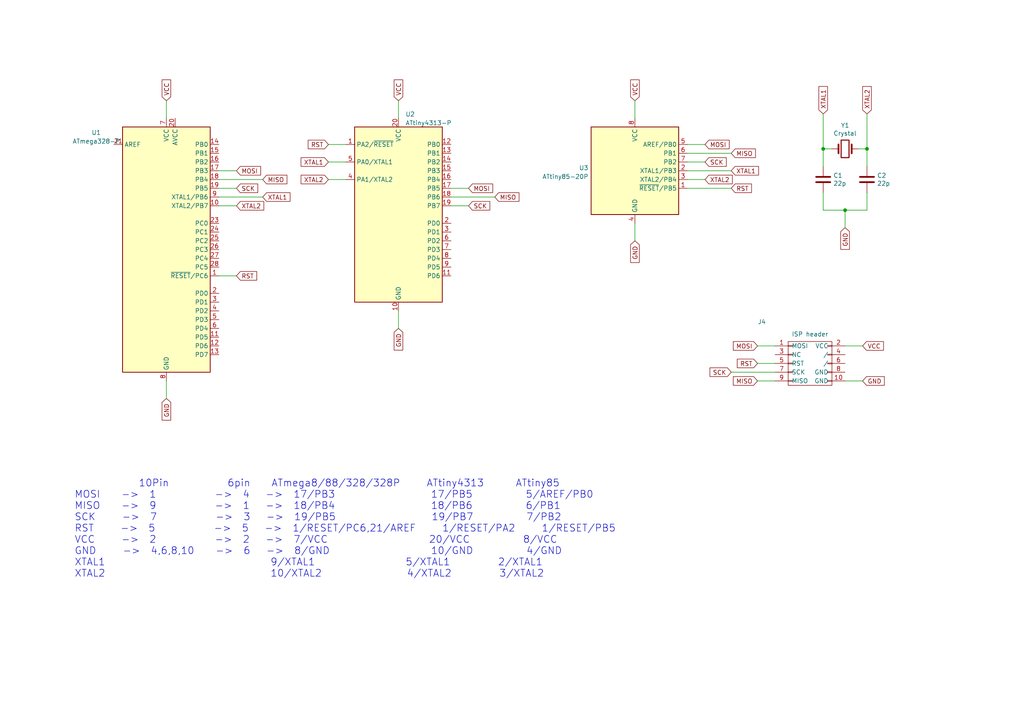
<source format=kicad_sch>
(kicad_sch (version 20231120) (generator "eeschema") (generator_version "8.0")
  (paper "A4")
  (lib_symbols
    (symbol "Device:C" (pin_numbers hide) (pin_names (offset 0.254))
      (property "Reference" "C" (at 0.635 2.54 0))
      (property "Value" "C" (at 0.635 -2.54 0))
      (symbol "C_0_1"
        (polyline (pts (xy -2.032 -0.762) (xy 2.032 -0.762)) (stroke (width 0.508)))
        (polyline (pts (xy -2.032 0.762) (xy 2.032 0.762)) (stroke (width 0.508)))
      )
      (symbol "C_1_1"
        (pin passive line (at 0 3.81 270) (length 2.794) (name "~") (number "1"))
        (pin passive line (at 0 -3.81 90) (length 2.794) (name "~") (number "2"))
      )
    )
    (symbol "Device:Crystal" (pin_numbers hide) (pin_names (offset 1.016) hide)
      (property "Reference" "Y" (at 0 3.81 0))
      (property "Value" "Crystal" (at 0 -3.81 0))
      (symbol "Crystal_0_1"
        (rectangle (start -1.143 2.54) (end 1.143 -2.54) (stroke (width 0.3048)))
        (polyline (pts (xy -2.54 0) (xy -1.905 0)))
        (polyline (pts (xy -1.905 -1.27) (xy -1.905 1.27)) (stroke (width 0.508)))
        (polyline (pts (xy 1.905 -1.27) (xy 1.905 1.27)) (stroke (width 0.508)))
        (polyline (pts (xy 2.54 0) (xy 1.905 0)))
      )
      (symbol "Crystal_1_1"
        (pin passive line (at -3.81 0 0) (length 1.27) (name "1") (number "1"))
        (pin passive line (at 3.81 0 180) (length 1.27) (name "2") (number "2"))
      )
    )
    (symbol "MCU_Microchip_ATmega:ATmega328-P"
      (property "Reference" "U" (at -12.7 36.83 0))
      (property "Value" "ATmega328-P" (at 2.54 -36.83 0))
      (symbol "ATmega328-P_0_1"
        (rectangle (start -12.7 -35.56) (end 12.7 35.56) (stroke (width 0.254)) (fill (type background)))
      )
      (symbol "ATmega328-P_1_1"
        (pin bidirectional line (at 15.24 -7.62 180) (length 2.54) (name "~{RESET}/PC6") (number "1"))
        (pin bidirectional line (at 15.24 12.7 180) (length 2.54) (name "XTAL2/PB7") (number "10"))
        (pin bidirectional line (at 15.24 -25.4 180) (length 2.54) (name "PD5") (number "11"))
        (pin bidirectional line (at 15.24 -27.94 180) (length 2.54) (name "PD6") (number "12"))
        (pin bidirectional line (at 15.24 -30.48 180) (length 2.54) (name "PD7") (number "13"))
        (pin bidirectional line (at 15.24 30.48 180) (length 2.54) (name "PB0") (number "14"))
        (pin bidirectional line (at 15.24 27.94 180) (length 2.54) (name "PB1") (number "15"))
        (pin bidirectional line (at 15.24 25.4 180) (length 2.54) (name "PB2") (number "16"))
        (pin bidirectional line (at 15.24 22.86 180) (length 2.54) (name "PB3") (number "17"))
        (pin bidirectional line (at 15.24 20.32 180) (length 2.54) (name "PB4") (number "18"))
        (pin bidirectional line (at 15.24 17.78 180) (length 2.54) (name "PB5") (number "19"))
        (pin bidirectional line (at 15.24 -12.7 180) (length 2.54) (name "PD0") (number "2"))
        (pin power_in line (at 2.54 38.1 270) (length 2.54) (name "AVCC") (number "20"))
        (pin passive line (at -15.24 30.48 0) (length 2.54) (name "AREF") (number "21"))
        (pin passive line (at 0 -38.1 90) (length 2.54) hide (name "GND") (number "22"))
        (pin bidirectional line (at 15.24 7.62 180) (length 2.54) (name "PC0") (number "23"))
        (pin bidirectional line (at 15.24 5.08 180) (length 2.54) (name "PC1") (number "24"))
        (pin bidirectional line (at 15.24 2.54 180) (length 2.54) (name "PC2") (number "25"))
        (pin bidirectional line (at 15.24 0 180) (length 2.54) (name "PC3") (number "26"))
        (pin bidirectional line (at 15.24 -2.54 180) (length 2.54) (name "PC4") (number "27"))
        (pin bidirectional line (at 15.24 -5.08 180) (length 2.54) (name "PC5") (number "28"))
        (pin bidirectional line (at 15.24 -15.24 180) (length 2.54) (name "PD1") (number "3"))
        (pin bidirectional line (at 15.24 -17.78 180) (length 2.54) (name "PD2") (number "4"))
        (pin bidirectional line (at 15.24 -20.32 180) (length 2.54) (name "PD3") (number "5"))
        (pin bidirectional line (at 15.24 -22.86 180) (length 2.54) (name "PD4") (number "6"))
        (pin power_in line (at 0 38.1 270) (length 2.54) (name "VCC") (number "7"))
        (pin power_in line (at 0 -38.1 90) (length 2.54) (name "GND") (number "8"))
        (pin bidirectional line (at 15.24 15.24 180) (length 2.54) (name "XTAL1/PB6") (number "9"))
      )
    )
    (symbol "MCU_Microchip_ATtiny:ATtiny4313-P"
      (property "Reference" "U" (at -12.7 26.67 0))
      (property "Value" "ATtiny4313-P" (at 2.54 -26.67 0))
      (symbol "ATtiny4313-P_0_1"
        (rectangle (start -12.7 -25.4) (end 12.7 25.4) (stroke (width 0.254)) (fill (type background)))
      )
      (symbol "ATtiny4313-P_1_1"
        (pin bidirectional line (at -15.24 20.32 0) (length 2.54) (name "PA2/~{RESET}") (number "1"))
        (pin power_in line (at 0 -27.94 90) (length 2.54) (name "GND") (number "10"))
        (pin bidirectional line (at 15.24 -17.78 180) (length 2.54) (name "PD6") (number "11"))
        (pin bidirectional line (at 15.24 20.32 180) (length 2.54) (name "PB0") (number "12"))
        (pin bidirectional line (at 15.24 17.78 180) (length 2.54) (name "PB1") (number "13"))
        (pin bidirectional line (at 15.24 15.24 180) (length 2.54) (name "PB2") (number "14"))
        (pin bidirectional line (at 15.24 12.7 180) (length 2.54) (name "PB3") (number "15"))
        (pin bidirectional line (at 15.24 10.16 180) (length 2.54) (name "PB4") (number "16"))
        (pin bidirectional line (at 15.24 7.62 180) (length 2.54) (name "PB5") (number "17"))
        (pin bidirectional line (at 15.24 5.08 180) (length 2.54) (name "PB6") (number "18"))
        (pin bidirectional line (at 15.24 2.54 180) (length 2.54) (name "PB7") (number "19"))
        (pin bidirectional line (at 15.24 -2.54 180) (length 2.54) (name "PD0") (number "2"))
        (pin power_in line (at 0 27.94 270) (length 2.54) (name "VCC") (number "20"))
        (pin bidirectional line (at 15.24 -5.08 180) (length 2.54) (name "PD1") (number "3"))
        (pin bidirectional line (at -15.24 10.16 0) (length 2.54) (name "PA1/XTAL2") (number "4"))
        (pin bidirectional line (at -15.24 15.24 0) (length 2.54) (name "PA0/XTAL1") (number "5"))
        (pin bidirectional line (at 15.24 -7.62 180) (length 2.54) (name "PD2") (number "6"))
        (pin bidirectional line (at 15.24 -10.16 180) (length 2.54) (name "PD3") (number "7"))
        (pin bidirectional line (at 15.24 -12.7 180) (length 2.54) (name "PD4") (number "8"))
        (pin bidirectional line (at 15.24 -15.24 180) (length 2.54) (name "PD5") (number "9"))
      )
    )
    (symbol "MCU_Microchip_ATtiny:ATtiny85-20P"
      (property "Reference" "U" (at -12.7 13.97 0))
      (property "Value" "ATtiny85-20P" (at 2.54 -13.97 0))
      (symbol "ATtiny85-20P_0_1"
        (rectangle (start -12.7 -12.7) (end 12.7 12.7) (stroke (width 0.254)) (fill (type background)))
      )
      (symbol "ATtiny85-20P_1_1"
        (pin bidirectional line (at 15.24 -5.08 180) (length 2.54) (name "~{RESET}/PB5") (number "1"))
        (pin bidirectional line (at 15.24 0 180) (length 2.54) (name "XTAL1/PB3") (number "2"))
        (pin bidirectional line (at 15.24 -2.54 180) (length 2.54) (name "XTAL2/PB4") (number "3"))
        (pin power_in line (at 0 -15.24 90) (length 2.54) (name "GND") (number "4"))
        (pin bidirectional line (at 15.24 7.62 180) (length 2.54) (name "AREF/PB0") (number "5"))
        (pin bidirectional line (at 15.24 5.08 180) (length 2.54) (name "PB1") (number "6"))
        (pin bidirectional line (at 15.24 2.54 180) (length 2.54) (name "PB2") (number "7"))
        (pin power_in line (at 0 15.24 270) (length 2.54) (name "VCC") (number "8"))
      )
    )
    (symbol "My_Parts:ISP_header_Conn_02x05_Odd_Even" (pin_names (offset 1.016))
      (property "Reference" "J" (at 1.27 7.62 0))
      (property "Value" "ISP_header_Conn_02x05_Odd_Even" (at 6.985 -7.62 0))
      (symbol "ISP_header_Conn_02x05_Odd_Even_0_1"
        (polyline (pts (xy -1.27 6.35) (xy -1.27 -6.35) (xy 11.43 -6.35) (xy 11.43 6.35) (xy -1.27 6.35)))
      )
      (symbol "ISP_header_Conn_02x05_Odd_Even_1_1"
        (rectangle (start -1.27 -4.953) (end 0 -5.207) (stroke (width 0.1524)))
        (rectangle (start -1.27 -2.413) (end 0 -2.667) (stroke (width 0.1524)))
        (rectangle (start -1.27 0.127) (end 0 -0.127) (stroke (width 0.1524)))
        (rectangle (start -1.27 2.667) (end 0 2.413) (stroke (width 0.1524)))
        (rectangle (start -1.27 5.207) (end 0 4.953) (stroke (width 0.1524)))
        (rectangle (start 11.43 -4.953) (end 10.16 -5.207) (stroke (width 0.1524)))
        (rectangle (start 11.43 -2.413) (end 10.16 -2.667) (stroke (width 0.1524)))
        (rectangle (start 11.43 0.127) (end 10.16 -0.127) (stroke (width 0.1524)))
        (rectangle (start 11.43 2.667) (end 10.16 2.413) (stroke (width 0.1524)))
        (rectangle (start 11.43 5.207) (end 10.16 4.953) (stroke (width 0.1524)))
        (pin passive line (at -5.08 5.08 0) (length 3.81) (name "MOSI") (number "1"))
        (pin passive line (at 15.24 -5.08 180) (length 3.81) (name "GND") (number "10"))
        (pin passive line (at 15.24 5.08 180) (length 3.81) (name "VCC") (number "2"))
        (pin passive line (at -5.08 2.54 0) (length 3.81) (name "NC") (number "3"))
        (pin passive line (at 15.24 2.54 180) (length 3.81) (name "/") (number "4"))
        (pin passive line (at -5.08 0 0) (length 3.81) (name "RST") (number "5"))
        (pin passive line (at 15.24 0 180) (length 3.81) (name "/") (number "6"))
        (pin passive line (at -5.08 -2.54 0) (length 3.81) (name "SCK") (number "7"))
        (pin passive line (at 15.24 -2.54 180) (length 3.81) (name "GND") (number "8"))
        (pin passive line (at -5.08 -5.08 0) (length 3.81) (name "MISO") (number "9"))
      )
    )
  )
  (junction (at 238.76 43.18))
  (junction (at 251.46 43.18))
  (junction (at 245.11 60.96))
  (wire (pts (xy 248.92 43.18) (xy 251.46 43.18)))
  (wire (pts (xy 199.39 44.45) (xy 212.09 44.45)))
  (wire (pts (xy 224.79 110.49) (xy 219.71 110.49)))
  (wire (pts (xy 224.79 100.33) (xy 219.71 100.33)))
  (wire (pts (xy 63.5 54.61) (xy 68.58 54.61)))
  (wire (pts (xy 115.57 90.17) (xy 115.57 95.25)))
  (wire (pts (xy 63.5 80.01) (xy 68.58 80.01)))
  (wire (pts (xy 245.11 60.96) (xy 251.46 60.96)))
  (wire (pts (xy 251.46 33.02) (xy 251.46 43.18)))
  (wire (pts (xy 95.25 46.99) (xy 100.33 46.99)))
  (wire (pts (xy 224.79 105.41) (xy 219.71 105.41)))
  (wire (pts (xy 130.81 54.61) (xy 135.89 54.61)))
  (wire (pts (xy 199.39 54.61) (xy 212.09 54.61)))
  (wire (pts (xy 251.46 60.96) (xy 251.46 55.88)))
  (wire (pts (xy 245.11 110.49) (xy 250.19 110.49)))
  (wire (pts (xy 238.76 43.18) (xy 238.76 33.02)))
  (wire (pts (xy 199.39 49.53) (xy 212.09 49.53)))
  (wire (pts (xy 95.25 41.91) (xy 100.33 41.91)))
  (wire (pts (xy 199.39 41.91) (xy 204.47 41.91)))
  (wire (pts (xy 238.76 48.26) (xy 238.76 43.18)))
  (wire (pts (xy 115.57 29.21) (xy 115.57 34.29)))
  (wire (pts (xy 48.26 29.21) (xy 48.26 34.29)))
  (wire (pts (xy 238.76 60.96) (xy 245.11 60.96)))
  (wire (pts (xy 245.11 100.33) (xy 250.19 100.33)))
  (wire (pts (xy 63.5 59.69) (xy 68.58 59.69)))
  (wire (pts (xy 199.39 52.07) (xy 204.47 52.07)))
  (wire (pts (xy 63.5 49.53) (xy 68.58 49.53)))
  (wire (pts (xy 245.11 60.96) (xy 245.11 66.04)))
  (wire (pts (xy 130.81 57.15) (xy 143.51 57.15)))
  (wire (pts (xy 238.76 43.18) (xy 241.3 43.18)))
  (wire (pts (xy 238.76 55.88) (xy 238.76 60.96)))
  (wire (pts (xy 251.46 43.18) (xy 251.46 48.26)))
  (wire (pts (xy 199.39 46.99) (xy 204.47 46.99)))
  (wire (pts (xy 184.15 29.21) (xy 184.15 34.29)))
  (wire (pts (xy 212.09 107.95) (xy 224.79 107.95)))
  (wire (pts (xy 184.15 64.77) (xy 184.15 69.85)))
  (wire (pts (xy 95.25 52.07) (xy 100.33 52.07)))
  (wire (pts (xy 63.5 52.07) (xy 76.2 52.07)))
  (wire (pts (xy 48.26 110.49) (xy 48.26 115.57)))
  (wire (pts (xy 63.5 57.15) (xy 76.2 57.15)))
  (wire (pts (xy 130.81 59.69) (xy 135.89 59.69)))
  (text "            10Pin           6pin    ATmega8/88/328/328P     ATtiny4313      ATtiny85  \nMOSI    ->  1           ->  4   ->  17/PB3                  17/PB5          5/AREF/PB0  \nMISO    ->  9           ->  1   ->  18/PB4                  18/PB6          6/PB1  \nSCK     ->  7           ->  3   ->  19/PB5                  19/PB7          7/PB2  \nRST     ->  5           ->  5   ->  1/RESET/PC6,21/AREF     1/RESET/PA2     1/RESET/PB5  \nVCC     ->  2           ->  2   ->  7/VCC                   20/VCC          8/VCC  \nGND     ->  4,6,8,10    ->  6   ->  8/GND                   10/GND          4/GND  \nXTAL1                               9/XTAL1                 5/XTAL1         2/XTAL1\nXTAL2                               10/XTAL2                4/XTAL2         3/XTAL2" (at 21.59 167.64 0) (effects (font (size 2.032 2.032)) (justify left bottom)))
  (global_label "XTAL2" (shape input) (at 95.25 52.07 180) (property "Intersheetrefs" "${INTERSHEET_REFS}" (effects (hide yes))))
  (global_label "XTAL1" (shape input) (at 95.25 46.99 180) (property "Intersheetrefs" "${INTERSHEET_REFS}" (effects (hide yes))))
  (global_label "VCC" (shape input) (at 250.19 100.33 0) (property "Intersheetrefs" "${INTERSHEET_REFS}" (effects (hide yes))))
  (global_label "GND" (shape input) (at 250.19 110.49 0) (property "Intersheetrefs" "${INTERSHEET_REFS}" (effects (hide yes))))
  (global_label "GND" (shape input) (at 184.15 69.85 270) (property "Intersheetrefs" "${INTERSHEET_REFS}" (effects (hide yes))))
  (global_label "MOSI" (shape input) (at 68.58 49.53 0) (property "Intersheetrefs" "${INTERSHEET_REFS}" (effects (hide yes))))
  (global_label "XTAL1" (shape input) (at 76.2 57.15 0) (property "Intersheetrefs" "${INTERSHEET_REFS}" (effects (hide yes))))
  (global_label "XTAL1" (shape input) (at 212.09 49.53 0) (property "Intersheetrefs" "${INTERSHEET_REFS}" (effects (hide yes))))
  (global_label "XTAL1" (shape input) (at 238.76 33.02 90) (property "Intersheetrefs" "${INTERSHEET_REFS}" (effects (hide yes))))
  (global_label "MISO" (shape input) (at 76.2 52.07 0) (property "Intersheetrefs" "${INTERSHEET_REFS}" (effects (hide yes))))
  (global_label "GND" (shape input) (at 245.11 66.04 270) (property "Intersheetrefs" "${INTERSHEET_REFS}" (effects (hide yes))))
  (global_label "GND" (shape input) (at 115.57 95.25 270) (property "Intersheetrefs" "${INTERSHEET_REFS}" (effects (hide yes))))
  (global_label "MOSI" (shape input) (at 204.47 41.91 0) (property "Intersheetrefs" "${INTERSHEET_REFS}" (effects (hide yes))))
  (global_label "MISO" (shape input) (at 143.51 57.15 0) (property "Intersheetrefs" "${INTERSHEET_REFS}" (effects (hide yes))))
  (global_label "SCK" (shape input) (at 68.58 54.61 0) (property "Intersheetrefs" "${INTERSHEET_REFS}" (effects (hide yes))))
  (global_label "XTAL2" (shape input) (at 251.46 33.02 90) (property "Intersheetrefs" "${INTERSHEET_REFS}" (effects (hide yes))))
  (global_label "RST" (shape input) (at 212.09 54.61 0) (property "Intersheetrefs" "${INTERSHEET_REFS}" (effects (hide yes))))
  (global_label "RST" (shape input) (at 219.71 105.41 180) (property "Intersheetrefs" "${INTERSHEET_REFS}" (effects (hide yes))))
  (global_label "MOSI" (shape input) (at 135.89 54.61 0) (property "Intersheetrefs" "${INTERSHEET_REFS}" (effects (hide yes))))
  (global_label "XTAL2" (shape input) (at 68.58 59.69 0) (property "Intersheetrefs" "${INTERSHEET_REFS}" (effects (hide yes))))
  (global_label "MISO" (shape input) (at 219.71 110.49 180) (property "Intersheetrefs" "${INTERSHEET_REFS}" (effects (hide yes))))
  (global_label "RST" (shape input) (at 95.25 41.91 180) (property "Intersheetrefs" "${INTERSHEET_REFS}" (effects (hide yes))))
  (global_label "RST" (shape input) (at 68.58 80.01 0) (property "Intersheetrefs" "${INTERSHEET_REFS}" (effects (hide yes))))
  (global_label "SCK" (shape input) (at 204.47 46.99 0) (property "Intersheetrefs" "${INTERSHEET_REFS}" (effects (hide yes))))
  (global_label "SCK" (shape input) (at 135.89 59.69 0) (property "Intersheetrefs" "${INTERSHEET_REFS}" (effects (hide yes))))
  (global_label "MISO" (shape input) (at 212.09 44.45 0) (property "Intersheetrefs" "${INTERSHEET_REFS}" (effects (hide yes))))
  (global_label "VCC" (shape input) (at 115.57 29.21 90) (property "Intersheetrefs" "${INTERSHEET_REFS}" (effects (hide yes))))
  (global_label "VCC" (shape input) (at 184.15 29.21 90) (property "Intersheetrefs" "${INTERSHEET_REFS}" (effects (hide yes))))
  (global_label "VCC" (shape input) (at 48.26 29.21 90) (property "Intersheetrefs" "${INTERSHEET_REFS}" (effects (hide yes))))
  (global_label "MOSI" (shape input) (at 219.71 100.33 180) (property "Intersheetrefs" "${INTERSHEET_REFS}" (effects (hide yes))))
  (global_label "GND" (shape input) (at 48.26 115.57 270) (property "Intersheetrefs" "${INTERSHEET_REFS}" (effects (hide yes))))
  (global_label "XTAL2" (shape input) (at 204.47 52.07 0) (property "Intersheetrefs" "${INTERSHEET_REFS}" (effects (hide yes))))
  (global_label "SCK" (shape input) (at 212.09 107.95 180) (property "Intersheetrefs" "${INTERSHEET_REFS}" (effects (hide yes))))
  (symbol (lib_id "Device:Crystal") (at 245.11 43.18 0) (unit 1)
    (property "Reference" "Y1" (at 245.11 36.3728 0))
    (property "Value" "Crystal" (at 245.11 38.6842 0))
    (property "Footprint" "My_Headers:2-pin_Crystal_header_large" (effects (hide yes)))
  )
  (symbol (lib_id "Device:C") (at 238.76 52.07 0) (unit 1)
    (property "Reference" "C1" (at 241.681 50.9016 0) (effects (justify left)))
    (property "Value" "22p" (at 241.681 53.213 0) (effects (justify left)))
    (property "Footprint" "My_Misc:C_Disc_D3.0mm_W1.6mm_P2.50mm_larg" (effects (hide yes)))
  )
  (symbol (lib_id "Device:C") (at 251.46 52.07 0) (unit 1)
    (property "Reference" "C2" (at 254.381 50.9016 0) (effects (justify left)))
    (property "Value" "22p" (at 254.381 53.213 0) (effects (justify left)))
    (property "Footprint" "My_Misc:C_Disc_D3.0mm_W1.6mm_P2.50mm_larg" (effects (hide yes)))
  )
  (symbol (lib_id "My_Parts:ISP_header_Conn_02x05_Odd_Even") (at 229.87 105.41 0) (unit 1)
    (property "Reference" "J4" (at 220.98 93.345 0))
    (property "Value" "ISP header" (at 234.95 96.9264 0))
    (property "Footprint" "My_Misc:IDC-Header_2x05_P2.54mm_Vertical_large" (effects (hide yes)))
  )
  (symbol (lib_id "MCU_Microchip_ATtiny:ATtiny85-20P") (at 184.15 49.53 0) (unit 1)
    (property "Reference" "U3" (at 170.688 48.6953 0) (effects (justify right)))
    (property "Value" "ATtiny85-20P" (at 170.688 51.2322 0) (effects (justify right)))
    (property "Footprint" "My_Misc:DIP-8_W7.62mm_Socket_w_dip_packet_LongPads" (effects (hide yes)))
    (property "Datasheet" "http://ww1.microchip.com/downloads/en/DeviceDoc/atmel-2586-avr-8-bit-microcontroller-attiny25-attiny45-attiny85_datasheet.pdf" (effects (hide yes)))
  )
  (symbol (lib_id "MCU_Microchip_ATmega:ATmega328-P") (at 48.26 72.39 0) (unit 1)
    (property "Reference" "U1" (at 27.9151 38.4516 0))
    (property "Value" "ATmega328-P" (at 27.9151 40.9885 0))
    (property "Footprint" "My_Misc:ZIF_DIP_Socket-28_W6.9_W7.62_W7.62_W12.7_W13.5_w_dip_packet_large" (effects (hide yes)))
    (property "Datasheet" "http://ww1.microchip.com/downloads/en/DeviceDoc/ATmega328_P%20AVR%20MCU%20with%20picoPower%20Technology%20Data%20Sheet%2040001984A.pdf" (effects (hide yes)))
  )
  (symbol (lib_id "MCU_Microchip_ATtiny:ATtiny4313-P") (at 115.57 62.23 0) (unit 1)
    (property "Reference" "U2" (at 117.5894 33.1302 0) (effects (justify left)))
    (property "Value" "ATtiny4313-P" (at 117.5894 35.6671 0) (effects (justify left)))
    (property "Footprint" "My_Misc:ZIF_DIP_Socket-20_W4.3_W5.08_W7.62_W10.16_W10.9_3M_220-3342-00-0602J_w_dip_packet_large" (effects (hide yes)))
    (property "Datasheet" "http://ww1.microchip.com/downloads/en/DeviceDoc/doc8246.pdf" (effects (hide yes)))
  )
)
</source>
